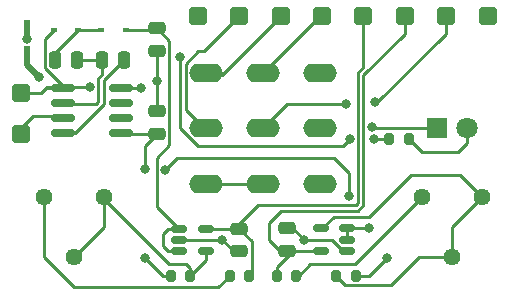
<source format=gbr>
%TF.GenerationSoftware,KiCad,Pcbnew,(6.0.7)*%
%TF.CreationDate,2022-11-14T21:42:39-08:00*%
%TF.ProjectId,3PDT_Regulator,33504454-5f52-4656-9775-6c61746f722e,rev?*%
%TF.SameCoordinates,Original*%
%TF.FileFunction,Copper,L1,Top*%
%TF.FilePolarity,Positive*%
%FSLAX46Y46*%
G04 Gerber Fmt 4.6, Leading zero omitted, Abs format (unit mm)*
G04 Created by KiCad (PCBNEW (6.0.7)) date 2022-11-14 21:42:39*
%MOMM*%
%LPD*%
G01*
G04 APERTURE LIST*
G04 Aperture macros list*
%AMRoundRect*
0 Rectangle with rounded corners*
0 $1 Rounding radius*
0 $2 $3 $4 $5 $6 $7 $8 $9 X,Y pos of 4 corners*
0 Add a 4 corners polygon primitive as box body*
4,1,4,$2,$3,$4,$5,$6,$7,$8,$9,$2,$3,0*
0 Add four circle primitives for the rounded corners*
1,1,$1+$1,$2,$3*
1,1,$1+$1,$4,$5*
1,1,$1+$1,$6,$7*
1,1,$1+$1,$8,$9*
0 Add four rect primitives between the rounded corners*
20,1,$1+$1,$2,$3,$4,$5,0*
20,1,$1+$1,$4,$5,$6,$7,0*
20,1,$1+$1,$6,$7,$8,$9,0*
20,1,$1+$1,$8,$9,$2,$3,0*%
G04 Aperture macros list end*
%TA.AperFunction,ComponentPad*%
%ADD10C,1.440000*%
%TD*%
%TA.AperFunction,ComponentPad*%
%ADD11RoundRect,0.250000X-0.500000X-0.500000X0.500000X-0.500000X0.500000X0.500000X-0.500000X0.500000X0*%
%TD*%
%TA.AperFunction,ComponentPad*%
%ADD12RoundRect,0.250000X0.500000X0.500000X-0.500000X0.500000X-0.500000X-0.500000X0.500000X-0.500000X0*%
%TD*%
%TA.AperFunction,SMDPad,CuDef*%
%ADD13RoundRect,0.150000X0.512500X0.150000X-0.512500X0.150000X-0.512500X-0.150000X0.512500X-0.150000X0*%
%TD*%
%TA.AperFunction,SMDPad,CuDef*%
%ADD14RoundRect,0.150000X-0.512500X-0.150000X0.512500X-0.150000X0.512500X0.150000X-0.512500X0.150000X0*%
%TD*%
%TA.AperFunction,SMDPad,CuDef*%
%ADD15RoundRect,0.150000X-0.825000X-0.150000X0.825000X-0.150000X0.825000X0.150000X-0.825000X0.150000X0*%
%TD*%
%TA.AperFunction,ComponentPad*%
%ADD16O,2.850000X1.600000*%
%TD*%
%TA.AperFunction,SMDPad,CuDef*%
%ADD17RoundRect,0.200000X0.200000X0.275000X-0.200000X0.275000X-0.200000X-0.275000X0.200000X-0.275000X0*%
%TD*%
%TA.AperFunction,SMDPad,CuDef*%
%ADD18RoundRect,0.200000X-0.200000X-0.275000X0.200000X-0.275000X0.200000X0.275000X-0.200000X0.275000X0*%
%TD*%
%TA.AperFunction,SMDPad,CuDef*%
%ADD19R,0.600000X0.450000*%
%TD*%
%TA.AperFunction,SMDPad,CuDef*%
%ADD20R,0.500000X0.500000*%
%TD*%
%TA.AperFunction,ComponentPad*%
%ADD21R,1.800000X1.800000*%
%TD*%
%TA.AperFunction,ComponentPad*%
%ADD22C,1.800000*%
%TD*%
%TA.AperFunction,SMDPad,CuDef*%
%ADD23RoundRect,0.250000X-0.475000X0.250000X-0.475000X-0.250000X0.475000X-0.250000X0.475000X0.250000X0*%
%TD*%
%TA.AperFunction,SMDPad,CuDef*%
%ADD24RoundRect,0.250000X-0.250000X-0.475000X0.250000X-0.475000X0.250000X0.475000X-0.250000X0.475000X0*%
%TD*%
%TA.AperFunction,ViaPad*%
%ADD25C,0.800000*%
%TD*%
%TA.AperFunction,Conductor*%
%ADD26C,0.500000*%
%TD*%
%TA.AperFunction,Conductor*%
%ADD27C,0.250000*%
%TD*%
G04 APERTURE END LIST*
D10*
%TO.P,RV2,1,1*%
%TO.N,Net-(R5-Pad1)*%
X253460000Y-135845000D03*
%TO.P,RV2,2,2*%
%TO.N,/ADJ_NEG*%
X256000000Y-140925000D03*
%TO.P,RV2,3,3*%
X258540000Y-135845000D03*
%TD*%
%TO.P,RV1,1,1*%
%TO.N,Net-(R2-Pad1)*%
X221460000Y-135845000D03*
%TO.P,RV1,2,2*%
%TO.N,/ADJ_POS*%
X224000000Y-140925000D03*
%TO.P,RV1,3,3*%
X226540000Y-135845000D03*
%TD*%
D11*
%TO.P,P10,1,1*%
%TO.N,GND*%
X259000000Y-120500000D03*
%TD*%
%TO.P,P9,1,1*%
%TO.N,GND*%
X234500000Y-120500000D03*
%TD*%
D12*
%TO.P,P8,1,1*%
%TO.N,GND*%
X219500000Y-130500000D03*
%TD*%
D13*
%TO.P,U3,5,VOUT*%
%TO.N,/VOUT_NEG*%
X244862500Y-140400000D03*
%TO.P,U3,4,ADJ*%
%TO.N,/ADJ_NEG*%
X244862500Y-138500000D03*
%TO.P,U3,3,~{SHDN}*%
%TO.N,/V_NEG*%
X247137500Y-138500000D03*
%TO.P,U3,2,VIN*%
X247137500Y-139450000D03*
%TO.P,U3,1,GND*%
%TO.N,GND*%
X247137500Y-140400000D03*
%TD*%
D14*
%TO.P,U2,1,VIN*%
%TO.N,/V_DBL*%
X232862500Y-138550000D03*
%TO.P,U2,2,GND*%
%TO.N,GND*%
X232862500Y-139500000D03*
%TO.P,U2,3,EN*%
%TO.N,/V_DBL*%
X232862500Y-140450000D03*
%TO.P,U2,4,ADJ*%
%TO.N,/ADJ_POS*%
X235137500Y-140450000D03*
%TO.P,U2,5,VOUT*%
%TO.N,/VOUT_POS*%
X235137500Y-138550000D03*
%TD*%
D15*
%TO.P,U1,1,BOOST*%
%TO.N,+9V*%
X223025000Y-126595000D03*
%TO.P,U1,2,CAP+*%
%TO.N,Net-(C1-Pad2)*%
X223025000Y-127865000D03*
%TO.P,U1,3,GND*%
%TO.N,GND*%
X223025000Y-129135000D03*
%TO.P,U1,4,CAP-*%
%TO.N,Net-(C2-Pad2)*%
X223025000Y-130405000D03*
%TO.P,U1,5,VOUT*%
%TO.N,/V_NEG*%
X227975000Y-130405000D03*
%TO.P,U1,6,LV*%
%TO.N,unconnected-(U1-Pad6)*%
X227975000Y-129135000D03*
%TO.P,U1,7,OSC*%
%TO.N,unconnected-(U1-Pad7)*%
X227975000Y-127865000D03*
%TO.P,U1,8,V+*%
%TO.N,+9V*%
X227975000Y-126595000D03*
%TD*%
D16*
%TO.P,SW1,1,A*%
%TO.N,unconnected-(SW1-Pad1)*%
X244800000Y-134700000D03*
%TO.P,SW1,2,B*%
%TO.N,/SW_LED*%
X244800000Y-130000000D03*
%TO.P,SW1,3,C*%
%TO.N,GND*%
X244800000Y-125300000D03*
%TO.P,SW1,4,A*%
%TO.N,/BYP*%
X240000000Y-134700000D03*
%TO.P,SW1,5,B*%
%TO.N,/OUT*%
X240000000Y-130000000D03*
%TO.P,SW1,6,C*%
%TO.N,/RETURN*%
X240000000Y-125300000D03*
%TO.P,SW1,7,A*%
%TO.N,/BYP*%
X235200000Y-134700000D03*
%TO.P,SW1,8,B*%
%TO.N,/IN*%
X235200000Y-130000000D03*
%TO.P,SW1,9,C*%
%TO.N,/SEND*%
X235200000Y-125300000D03*
%TD*%
D17*
%TO.P,R5,1*%
%TO.N,Net-(R5-Pad1)*%
X242825000Y-142500000D03*
%TO.P,R5,2*%
%TO.N,/VOUT_NEG*%
X241175000Y-142500000D03*
%TD*%
%TO.P,R4,1*%
%TO.N,GND*%
X247825000Y-142500000D03*
%TO.P,R4,2*%
%TO.N,/ADJ_NEG*%
X246175000Y-142500000D03*
%TD*%
D18*
%TO.P,R3,1*%
%TO.N,GND*%
X232175000Y-142500000D03*
%TO.P,R3,2*%
%TO.N,/ADJ_POS*%
X233825000Y-142500000D03*
%TD*%
%TO.P,R2,1*%
%TO.N,Net-(R2-Pad1)*%
X237175000Y-142500000D03*
%TO.P,R2,2*%
%TO.N,/VOUT_POS*%
X238825000Y-142500000D03*
%TD*%
%TO.P,R1,1*%
%TO.N,+9V*%
X250675000Y-130900000D03*
%TO.P,R1,2*%
%TO.N,Net-(D1-Pad2)*%
X252325000Y-130900000D03*
%TD*%
D12*
%TO.P,P7,1,1*%
%TO.N,/VOUT_POS*%
X248500000Y-120500000D03*
%TD*%
D11*
%TO.P,P6,1,1*%
%TO.N,/VOUT_NEG*%
X252000000Y-120500000D03*
%TD*%
%TO.P,P5,1,1*%
%TO.N,/OUT*%
X255500000Y-120500000D03*
%TD*%
%TO.P,P4,1,1*%
%TO.N,/RETURN*%
X245000000Y-120500000D03*
%TD*%
%TO.P,P3,1,1*%
%TO.N,/SEND*%
X241500000Y-120500000D03*
%TD*%
%TO.P,P2,1,1*%
%TO.N,/IN*%
X238000000Y-120500000D03*
%TD*%
D12*
%TO.P,P1,1,1*%
%TO.N,+9V*%
X219500000Y-127000000D03*
%TD*%
D19*
%TO.P,D4,2,A*%
%TO.N,Net-(C1-Pad1)*%
X226270000Y-121720000D03*
%TO.P,D4,1,K*%
%TO.N,/V_DBL*%
X228370000Y-121720000D03*
%TD*%
%TO.P,D3,2,A*%
%TO.N,+9V*%
X222270000Y-121720000D03*
%TO.P,D3,1,K*%
%TO.N,Net-(C1-Pad1)*%
X224370000Y-121720000D03*
%TD*%
D20*
%TO.P,D2,2,A*%
%TO.N,GND*%
X220000000Y-123350000D03*
%TO.P,D2,1,K*%
%TO.N,+9V*%
X220000000Y-121150000D03*
%TD*%
D21*
%TO.P,D1,1,K*%
%TO.N,/SW_LED*%
X254725000Y-130000000D03*
D22*
%TO.P,D1,2,A*%
%TO.N,Net-(D1-Pad2)*%
X257265000Y-130000000D03*
%TD*%
D23*
%TO.P,C6,1*%
%TO.N,GND*%
X242000000Y-138500000D03*
%TO.P,C6,2*%
%TO.N,/VOUT_NEG*%
X242000000Y-140400000D03*
%TD*%
%TO.P,C5,1*%
%TO.N,/VOUT_POS*%
X238000000Y-138550000D03*
%TO.P,C5,2*%
%TO.N,GND*%
X238000000Y-140450000D03*
%TD*%
%TO.P,C4,1*%
%TO.N,GND*%
X231000000Y-128600000D03*
%TO.P,C4,2*%
%TO.N,/V_NEG*%
X231000000Y-130500000D03*
%TD*%
%TO.P,C3,1*%
%TO.N,/V_DBL*%
X231000000Y-121550000D03*
%TO.P,C3,2*%
%TO.N,GND*%
X231000000Y-123450000D03*
%TD*%
D24*
%TO.P,C2,2*%
%TO.N,Net-(C2-Pad2)*%
X228220000Y-124220000D03*
%TO.P,C2,1*%
%TO.N,Net-(C1-Pad2)*%
X226320000Y-124220000D03*
%TD*%
%TO.P,C1,2*%
%TO.N,Net-(C1-Pad2)*%
X224270000Y-124220000D03*
%TO.P,C1,1*%
%TO.N,Net-(C1-Pad1)*%
X222370000Y-124220000D03*
%TD*%
D25*
%TO.N,/OUT*%
X249500000Y-127800000D03*
X247000000Y-128000000D03*
%TO.N,/SW_LED*%
X249224500Y-129916026D03*
%TO.N,/V_NEG*%
X231724500Y-133524952D03*
X247275500Y-135775500D03*
%TO.N,+9V*%
X249400000Y-130900000D03*
X247325500Y-130900000D03*
X232988676Y-123986725D03*
%TO.N,GND*%
X231000000Y-126000000D03*
%TO.N,+9V*%
X225325500Y-126500000D03*
%TO.N,/V_NEG*%
X230000000Y-133500000D03*
X249000000Y-138500000D03*
%TO.N,GND*%
X230000000Y-141000000D03*
X243500000Y-139500000D03*
X236500000Y-139500000D03*
%TO.N,+9V*%
X229673645Y-126612690D03*
%TO.N,GND*%
X221000000Y-125700000D03*
%TO.N,+9V*%
X220000000Y-122500000D03*
%TO.N,GND*%
X250500000Y-141000000D03*
%TD*%
D26*
%TO.N,GND*%
X220000000Y-124700000D02*
X220000000Y-123600000D01*
X221000000Y-125700000D02*
X220000000Y-124700000D01*
D27*
%TO.N,+9V*%
X234484010Y-131500000D02*
X233000000Y-130015990D01*
X246725500Y-131500000D02*
X234484010Y-131500000D01*
X247325500Y-130900000D02*
X246725500Y-131500000D01*
X233000000Y-130015990D02*
X233000000Y-123998049D01*
X233000000Y-123998049D02*
X232988676Y-123986725D01*
X250675000Y-130900000D02*
X249400000Y-130900000D01*
%TO.N,Net-(D1-Pad2)*%
X257265000Y-131235000D02*
X257265000Y-130000000D01*
X256500000Y-132000000D02*
X257265000Y-131235000D01*
X253425000Y-132000000D02*
X256500000Y-132000000D01*
X252325000Y-130900000D02*
X253425000Y-132000000D01*
%TO.N,/SW_LED*%
X249308474Y-130000000D02*
X249224500Y-129916026D01*
X254725000Y-130000000D02*
X249308474Y-130000000D01*
%TO.N,/ADJ_POS*%
X232000000Y-141500000D02*
X226540000Y-136040000D01*
X233825000Y-141878769D02*
X233446231Y-141500000D01*
X226540000Y-136040000D02*
X226540000Y-135845000D01*
X233825000Y-142500000D02*
X233825000Y-141878769D01*
X233446231Y-141500000D02*
X232000000Y-141500000D01*
X235137500Y-141187500D02*
X233825000Y-142500000D01*
X235137500Y-140450000D02*
X235137500Y-141187500D01*
%TO.N,/V_NEG*%
X232749452Y-132500000D02*
X246000000Y-132500000D01*
X246000000Y-132500000D02*
X247275500Y-133775500D01*
X231724500Y-133524952D02*
X232749452Y-132500000D01*
X247275500Y-133775500D02*
X247275500Y-135775500D01*
%TO.N,/OUT*%
X255500000Y-122000000D02*
X255500000Y-120500000D01*
X249500000Y-128000000D02*
X255500000Y-122000000D01*
X242000000Y-128000000D02*
X247000000Y-128000000D01*
X240000000Y-130000000D02*
X242000000Y-128000000D01*
%TO.N,/VOUT_POS*%
X248500000Y-124863604D02*
X248500000Y-120500000D01*
X248050000Y-125313604D02*
X248500000Y-124863604D01*
X239550000Y-136500000D02*
X247863604Y-136500000D01*
X247863604Y-136500000D02*
X248050000Y-136313604D01*
X237500000Y-138550000D02*
X239550000Y-136500000D01*
X248050000Y-136313604D02*
X248050000Y-125313604D01*
%TO.N,/VOUT_NEG*%
X252000000Y-122000000D02*
X252000000Y-120500000D01*
X248500000Y-125500000D02*
X252000000Y-122000000D01*
X248500000Y-136500000D02*
X248500000Y-125500000D01*
X248000000Y-137000000D02*
X248500000Y-136500000D01*
X240500000Y-138000000D02*
X241500000Y-137000000D01*
X241500000Y-137000000D02*
X248000000Y-137000000D01*
X241400000Y-140400000D02*
X240500000Y-139500000D01*
X240500000Y-139500000D02*
X240500000Y-138000000D01*
X242500000Y-140400000D02*
X241400000Y-140400000D01*
%TO.N,/IN*%
X235000000Y-123500000D02*
X238000000Y-120500000D01*
X234500000Y-123500000D02*
X235000000Y-123500000D01*
%TO.N,/RETURN*%
X244800000Y-120500000D02*
X245000000Y-120500000D01*
X240000000Y-125300000D02*
X244800000Y-120500000D01*
%TO.N,/SEND*%
X236500000Y-125500000D02*
X241500000Y-120500000D01*
X235500000Y-125500000D02*
X236500000Y-125500000D01*
X235300000Y-125300000D02*
X235500000Y-125500000D01*
X235200000Y-125300000D02*
X235300000Y-125300000D01*
%TO.N,+9V*%
X219850000Y-127000000D02*
X219425000Y-127425000D01*
X221190000Y-127000000D02*
X219850000Y-127000000D01*
X221595000Y-126595000D02*
X221190000Y-127000000D01*
%TO.N,/IN*%
X233450000Y-128450000D02*
X233450000Y-124550000D01*
X233450000Y-124550000D02*
X234500000Y-123500000D01*
X235000000Y-130000000D02*
X233450000Y-128450000D01*
X235200000Y-130000000D02*
X235000000Y-130000000D01*
%TO.N,/V_DBL*%
X231000000Y-136687500D02*
X232862500Y-138550000D01*
X231000000Y-132500000D02*
X231000000Y-136687500D01*
X232050000Y-131450000D02*
X231000000Y-132500000D01*
X232050000Y-122600000D02*
X232050000Y-131450000D01*
X231000000Y-121550000D02*
X232050000Y-122600000D01*
%TO.N,/V_NEG*%
X230000000Y-131500000D02*
X230000000Y-133500000D01*
X231000000Y-130500000D02*
X230000000Y-131500000D01*
%TO.N,+9V*%
X221545000Y-122445000D02*
X222270000Y-121720000D01*
X221545000Y-124933173D02*
X221545000Y-122445000D01*
X223111827Y-126500000D02*
X221545000Y-124933173D01*
X225325500Y-126500000D02*
X223111827Y-126500000D01*
X225325500Y-126500000D02*
X221690000Y-126500000D01*
X221690000Y-126500000D02*
X221595000Y-126595000D01*
%TO.N,Net-(C2-Pad2)*%
X224095000Y-130405000D02*
X223025000Y-130405000D01*
X226500000Y-128000000D02*
X224095000Y-130405000D01*
X226500000Y-125940000D02*
X226500000Y-128000000D01*
X228220000Y-124220000D02*
X226500000Y-125940000D01*
%TO.N,Net-(C1-Pad2)*%
X226050000Y-127813604D02*
X225863604Y-128000000D01*
X226050000Y-125753604D02*
X226050000Y-127813604D01*
X225863604Y-128000000D02*
X223160000Y-128000000D01*
X226320000Y-125483604D02*
X226050000Y-125753604D01*
X226320000Y-124220000D02*
X226320000Y-125483604D01*
X223160000Y-128000000D02*
X223025000Y-127865000D01*
%TO.N,/BYP*%
X235200000Y-134700000D02*
X240000000Y-134700000D01*
%TO.N,GND*%
X231000000Y-126000000D02*
X231000000Y-128600000D01*
X231000000Y-123450000D02*
X231000000Y-126000000D01*
%TO.N,/V_NEG*%
X247137500Y-138500000D02*
X249000000Y-138500000D01*
%TO.N,/ADJ_NEG*%
X252500000Y-134000000D02*
X256695000Y-134000000D01*
X245000000Y-138500000D02*
X246000000Y-137500000D01*
X246000000Y-137500000D02*
X249000000Y-137500000D01*
X256695000Y-134000000D02*
X258540000Y-135845000D01*
X249000000Y-137500000D02*
X252500000Y-134000000D01*
X244862500Y-138500000D02*
X245000000Y-138500000D01*
%TO.N,Net-(R5-Pad1)*%
X244000000Y-141500000D02*
X247805000Y-141500000D01*
X243000000Y-142500000D02*
X244000000Y-141500000D01*
X242825000Y-142500000D02*
X243000000Y-142500000D01*
X247805000Y-141500000D02*
X253460000Y-135845000D01*
%TO.N,GND*%
X249000000Y-142500000D02*
X247825000Y-142500000D01*
X250500000Y-141000000D02*
X249000000Y-142500000D01*
X231500000Y-142500000D02*
X230000000Y-141000000D01*
X232175000Y-142500000D02*
X231500000Y-142500000D01*
%TO.N,Net-(R2-Pad1)*%
X224000000Y-143500000D02*
X236175000Y-143500000D01*
X236175000Y-143500000D02*
X237175000Y-142500000D01*
X221460000Y-140960000D02*
X224000000Y-143500000D01*
X221460000Y-135845000D02*
X221460000Y-140960000D01*
%TO.N,/ADJ_POS*%
X226540000Y-138385000D02*
X224000000Y-140925000D01*
X226540000Y-135845000D02*
X226540000Y-138385000D01*
%TO.N,/V_DBL*%
X231950000Y-138550000D02*
X232862500Y-138550000D01*
X231500000Y-140000000D02*
X231500000Y-139000000D01*
X231950000Y-140450000D02*
X231500000Y-140000000D01*
X231500000Y-139000000D02*
X231950000Y-138550000D01*
X232862500Y-140450000D02*
X231950000Y-140450000D01*
%TO.N,GND*%
X245853249Y-139500000D02*
X246753249Y-140400000D01*
X243500000Y-139500000D02*
X245853249Y-139500000D01*
X242500000Y-138500000D02*
X243500000Y-139500000D01*
X242000000Y-138500000D02*
X242500000Y-138500000D01*
X246753249Y-140400000D02*
X247137500Y-140400000D01*
X236500000Y-139500000D02*
X236550000Y-139500000D01*
%TO.N,/VOUT_POS*%
X239050000Y-139600000D02*
X238000000Y-138550000D01*
X239050000Y-142450000D02*
X239050000Y-139600000D01*
X239000000Y-142500000D02*
X239050000Y-142450000D01*
X238825000Y-142500000D02*
X239000000Y-142500000D01*
%TO.N,GND*%
X232862500Y-139500000D02*
X236500000Y-139500000D01*
X236550000Y-139500000D02*
X237500000Y-140450000D01*
X237500000Y-140450000D02*
X238050000Y-140450000D01*
%TO.N,/VOUT_NEG*%
X241175000Y-141725000D02*
X242500000Y-140400000D01*
X241175000Y-142500000D02*
X241175000Y-141725000D01*
%TO.N,Net-(C1-Pad1)*%
X222500000Y-123590000D02*
X224370000Y-121720000D01*
X222500000Y-124500000D02*
X222500000Y-123590000D01*
X222370000Y-124370000D02*
X222500000Y-124500000D01*
X222370000Y-124220000D02*
X222370000Y-124370000D01*
%TO.N,+9V*%
X229673645Y-126612690D02*
X229655955Y-126595000D01*
X229655955Y-126595000D02*
X227975000Y-126595000D01*
%TO.N,Net-(C1-Pad2)*%
X226320000Y-124220000D02*
X224270000Y-124220000D01*
%TO.N,/V_NEG*%
X231000000Y-130500000D02*
X228070000Y-130500000D01*
X228070000Y-130500000D02*
X227975000Y-130405000D01*
%TO.N,GND*%
X220500000Y-129000000D02*
X219500000Y-130000000D01*
X223025000Y-129025000D02*
X223000000Y-129000000D01*
X223000000Y-129000000D02*
X220500000Y-129000000D01*
X223025000Y-129135000D02*
X223025000Y-129025000D01*
X220000000Y-123600000D02*
X220000000Y-123500000D01*
D26*
%TO.N,+9V*%
X220000000Y-122500000D02*
X220000000Y-121400000D01*
D27*
X221595000Y-126595000D02*
X223025000Y-126595000D01*
%TO.N,Net-(C1-Pad1)*%
X226270000Y-121720000D02*
X224370000Y-121720000D01*
%TO.N,/V_DBL*%
X231000000Y-121550000D02*
X230830000Y-121720000D01*
X230830000Y-121720000D02*
X228370000Y-121720000D01*
%TO.N,/ADJ_NEG*%
X256000000Y-140925000D02*
X253175000Y-140925000D01*
X253175000Y-140925000D02*
X250800000Y-143300000D01*
X256000000Y-138385000D02*
X256000000Y-140925000D01*
X258540000Y-135845000D02*
X256000000Y-138385000D01*
X246975000Y-143300000D02*
X250800000Y-143300000D01*
X246175000Y-142500000D02*
X246975000Y-143300000D01*
%TO.N,/V_NEG*%
X247137500Y-138500000D02*
X247137500Y-139450000D01*
%TO.N,/VOUT_POS*%
X237550000Y-138500000D02*
X237500000Y-138550000D01*
X237500000Y-138550000D02*
X235137500Y-138550000D01*
%TO.N,/ADJ_NEG*%
X244950000Y-138500000D02*
X245000000Y-138450000D01*
X244862500Y-138500000D02*
X244950000Y-138500000D01*
%TO.N,/VOUT_NEG*%
X242375000Y-140275000D02*
X242500000Y-140400000D01*
X242500000Y-140400000D02*
X244862500Y-140400000D01*
%TD*%
M02*

</source>
